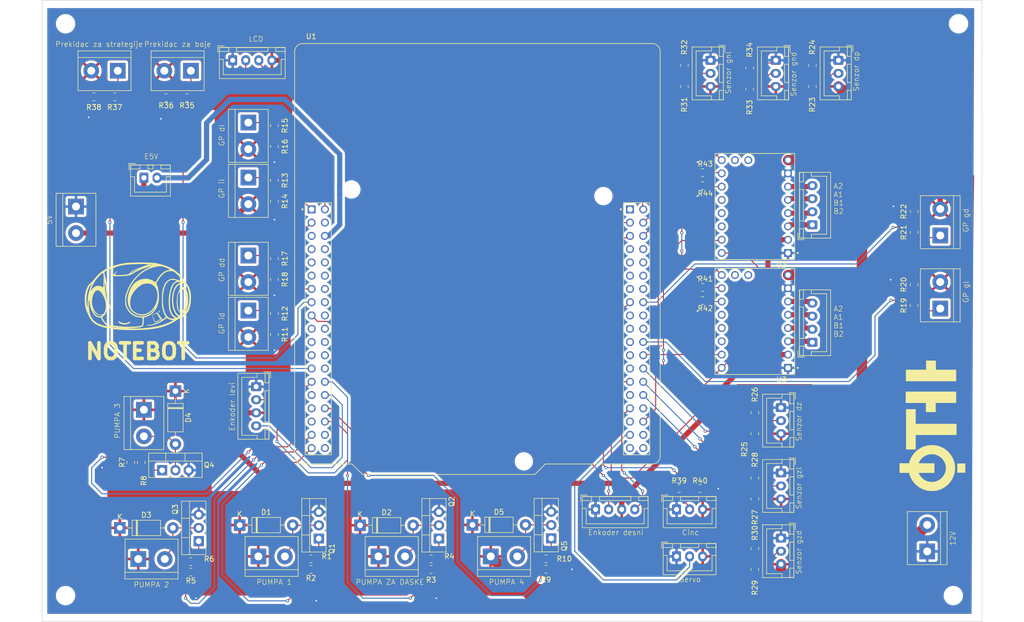
<source format=kicad_pcb>
(kicad_pcb (version 20240108) (generator "pcbnew") (generator_version "8.0")
  (layers (0 "F.Cu" signal) (31 "B.Cu" signal) (34 "B.Paste" user) (35 "F.Paste" user) (36 "B.SilkS" user "B.Silkscreen") (37 "F.SilkS" user "F.Silkscreen") (38 "B.Mask" user) (39 "F.Mask" user) (44 "Edge.Cuts" user))
  (net 0 "")
  (net 1 "+12V")
  (net 2 "Net-(D1-A)")
  (net 3 "Net-(D2-A)")
  (net 4 "Net-(D3-A)")
  (net 5 "Net-(D4-A)")
  (net 6 "Net-(D5-A)")
  (net 7 "+5V")
  (net 8 "Net-(J6-Pin_1)")
  (net 9 "Net-(J7-Pin_1)")
  (net 10 "Net-(J8-Pin_1)")
  (net 11 "Net-(J9-Pin_1)")
  (net 12 "Net-(J10-Pin_1)")
  (net 13 "Net-(J11-Pin_1)")
  (net 14 "Net-(J12-Pin_2)")
  (net 15 "GND")
  (net 16 "Net-(J13-Pin_2)")
  (net 17 "Net-(J14-Pin_2)")
  (net 18 "Net-(J15-Pin_2)")
  (net 19 "Net-(J16-Pin_2)")
  (net 20 "Net-(J17-Pin_2)")
  (net 21 "Net-(J18-Pin_1)")
  (net 22 "Net-(J19-Pin_1)")
  (net 23 "/A levi")
  (net 24 "/B levi")
  (net 25 "/B desni")
  (net 26 "/A desni")
  (net 27 "Net-(J22-Pin_2)")
  (net 28 "/PWM servo")
  (net 29 "/SDA")
  (net 30 "/SCL")
  (net 31 "/M1B_1")
  (net 32 "/M2A_1")
  (net 33 "/M2B_1")
  (net 34 "/M2B_2")
  (net 35 "/M1A_2")
  (net 36 "/M1B_2")
  (net 37 "Net-(Q1-G)")
  (net 38 "Net-(Q2-G)")
  (net 39 "Net-(Q3-G)")
  (net 40 "Net-(Q4-G)")
  (net 41 "Net-(Q5-G)")
  (net 42 "/Pumpa 1")
  (net 43 "/Pumpa 5")
  (net 44 "/Pumpa 2")
  (net 45 "/Pumpa 3")
  (net 46 "/Pumpa 4")
  (net 47 "/GP id")
  (net 48 "/GP il")
  (net 49 "/GP dl")
  (net 50 "/GP dd")
  (net 51 "/GP gl")
  (net 52 "/GP gd")
  (net 53 "/SICK dp")
  (net 54 "/SICK dz")
  (net 55 "/SICK gzl")
  (net 56 "/SICK gzd")
  (net 57 "/SICK gnl")
  (net 58 "/SICK gnd")
  (net 59 "/Boja")
  (net 60 "/STRAT")
  (net 61 "/Cinc")
  (net 62 "Net-(U3-MS1)")
  (net 63 "Net-(U3-MS2)")
  (net 64 "Net-(U2-MS1)")
  (net 65 "Net-(U2-MS2)")
  (net 67 "/TMC EN1")
  (net 68 "/DIR")
  (net 73 "/STEP")
  (net 114 "Net-(J29-Pin_2)")
  (net 117 "/M1A_1")
  (net 118 "Net-(J28-Pin_1)")
  (footprint "Package_TO_SOT_THT:TO-220-3_Vertical" (layer "F.Cu") (at 161.5 187.08 90)
    (property "Reference" "Q3")
    (property "Value" "IRLZ44N")
  )
  (footprint "MountingHole:MountingHole_3.2mm_M3_DIN965" (layer "F.Cu") (at 307 88)
    (property "Reference" "REF**" (hide yes))
    (property "Value" "MountingHole_3.2mm_M3_DIN965")
  )
  (footprint "Resistor_SMD:R_0805_2012Metric_Pad1.20x1.40mm_HandSolder" (layer "F.Cu") (at 298.5 141.96 -90)
    (property "Reference" "R19")
    (property "Value" "5k6")
  )
  (footprint "Connector_JST:JST_XH_B3B-XH-A_1x03_P2.50mm_Vertical" (layer "F.Cu") (at 272 95 -90)
    (property "Reference" "J17" (hide yes))
    (property "Value" "Senzor gnd")
  )
  (footprint "Resistor_SMD:R_0805_2012Metric_Pad1.20x1.40mm_HandSolder" (layer "F.Cu") (at 150.5 172 -90)
    (property "Reference" "R8")
    (property "Value" "220")
  )
  (footprint "Resistor_SMD:R_0805_2012Metric_Pad1.20x1.40mm_HandSolder" (layer "F.Cu") (at 298.5 123.96 -90)
    (property "Reference" "R22")
    (property "Value" "10k")
  )
  (footprint "TMC2209:TMC2209" (layer "F.Cu") (at 268 145 180)
    (property "Reference" "U3")
    (property "Value" "TMC2209")
  )
  (footprint "Resistor_SMD:R_0805_2012Metric_Pad1.20x1.40mm_HandSolder" (layer "F.Cu") (at 228 192.46 180)
    (property "Reference" "R9")
    (property "Value" "10k")
  )
  (footprint "Resistor_SMD:R_0805_2012Metric_Pad1.20x1.40mm_HandSolder" (layer "F.Cu") (at 268 192.5 -90)
    (property "Reference" "R29")
    (property "Value" "6k8")
  )
  (footprint "Resistor_SMD:R_0805_2012Metric_Pad1.20x1.40mm_HandSolder" (layer "F.Cu") (at 267 96.5 -90)
    (property "Reference" "R34")
    (property "Value" "2k2")
  )
  (footprint "Package_TO_SOT_THT:TO-220-3_Vertical" (layer "F.Cu") (at 154.5 173.5)
    (property "Reference" "Q4")
    (property "Value" "IRLZ44N")
  )
  (footprint "Resistor_SMD:R_0805_2012Metric_Pad1.20x1.40mm_HandSolder" (layer "F.Cu") (at 160 193 180)
    (property "Reference" "R5")
    (property "Value" "10k")
  )
  (footprint "TerminalBlock:TerminalBlock_bornier-2_P5.08mm" (layer "F.Cu") (at 138 123 -90)
    (property "Reference" "J26" (hide yes))
    (property "Value" "5V")
  )
  (footprint "ftnlogo:ftnlogonovi" (layer "F.Cu") (at 302 165 90)
    (property "Reference" "G***" (hide yes))
    (property "Value" "LOGO" (hide yes))
  )
  (footprint "Connector_JST:JST_XH_B2B-XH-A_1x02_P2.50mm_Vertical" (layer "F.Cu") (at 151 117.5)
    (property "Reference" "J29" (hide yes))
    (property "Value" "E5V")
  )
  (footprint "TerminalBlock:TerminalBlock_bornier-2_P5.08mm" (layer "F.Cu") (at 171 117.46 -90)
    (property "Reference" "J7" (hide yes))
    (property "Value" "Granicni prekidac il")
  )
  (footprint "Connector_JST:JST_XH_B3B-XH-A_1x03_P2.50mm_Vertical" (layer "F.Cu") (at 273 186.5 -90)
    (property "Reference" "J15" (hide yes))
    (property "Value" "Senzor gzd")
  )
  (footprint "Resistor_SMD:R_0805_2012Metric_Pad1.20x1.40mm_HandSolder" (layer "F.Cu") (at 267 100.5 -90)
    (property "Reference" "R33")
    (property "Value" "6k8")
  )
  (footprint "Package_TO_SOT_THT:TO-220-3_Vertical" (layer "F.Cu") (at 207.5 186.58 90)
    (property "Reference" "Q2")
    (property "Value" "IRLZ44N")
  )
  (footprint "Resistor_SMD:R_0805_2012Metric_Pad1.20x1.40mm_HandSolder" (layer "F.Cu") (at 145.42 102)
    (property "Reference" "R37")
    (property "Value" "5k6")
  )
  (footprint "Resistor_SMD:R_0805_2012Metric_Pad1.20x1.40mm_HandSolder" (layer "F.Cu") (at 298.5 127.96 -90)
    (property "Reference" "R21")
    (property "Value" "5k6")
  )
  (footprint "TerminalBlock:TerminalBlock_bornier-2_P5.08mm" (layer "F.Cu") (at 303.5 128.54 90)
    (property "Reference" "J11" (hide yes))
    (property "Value" "Granicni prekidac gd")
  )
  (footprint "TerminalBlock:TerminalBlock_bornier-2_P5.08mm" (layer "F.Cu") (at 146 97 180)
    (property "Reference" "J19" (hide yes))
    (property "Value" "Prekidac za strategije")
  )
  (footprint "Resistor_SMD:R_0805_2012Metric_Pad1.20x1.40mm_HandSolder" (layer "F.Cu") (at 268 166.5 -90)
    (property "Reference" "R25")
    (property "Value" "6k8")
  )
  (footprint "notebotlogo:notebotlogo" (layer "F.Cu") (at 149.5 139.5)
    (property "Reference" "G***" (hide yes))
    (property "Value" "LOGO" (hide yes))
  )
  (footprint "Resistor_SMD:R_0805_2012Metric_Pad1.20x1.40mm_HandSolder" (layer "F.Cu") (at 159.26 102.15)
    (property "Reference" "R35")
    (property "Value" "5k6")
  )
  (footprint "Resistor_SMD:R_0805_2012Metric_Pad1.20x1.40mm_HandSolder" (layer "F.Cu") (at 206 190.5)
    (property "Reference" "R4")
    (property "Value" "220")
  )
  (footprint "TerminalBlock:TerminalBlock_bornier-2_P5.08mm" (layer "F.Cu") (at 172.92 190)
    (property "Reference" "J1" (hide yes))
    (property "Value" "PUMPA1")
  )
  (footprint "Resistor_SMD:R_0805_2012Metric_Pad1.20x1.40mm_HandSolder" (layer "F.Cu") (at 258 119)
    (property "Reference" "R44")
    (property "Value" "10k")
  )
  (footprint "Connector_JST:JST_XH_B4B-XH-A_1x04_P2.50mm_Vertical" (layer "F.Cu") (at 279 149 90)
    (property "Reference" "J28" (hide yes))
    (property "Value" "TMC2209_2" (hide yes))
  )
  (footprint "TerminalBlock:TerminalBlock_bornier-2_P5.08mm" (layer "F.Cu") (at 195.92 190)
    (property "Reference" "J2" (hide yes))
    (property "Value" "PUMPA ZA DASKE")
  )
  (footprint "TerminalBlock:TerminalBlock_bornier-2_P5.08mm" (layer "F.Cu") (at 151 161.92 -90)
    (property "Reference" "J4" (hide yes))
    (property "Value" "PUMPA3")
  )
  (footprint "Connector_JST:JST_XH_B3B-XH-A_1x03_P2.50mm_Vertical" (layer "F.Cu") (at 253 181)
    (property "Reference" "J22" (hide yes))
    (property "Value" "Cinc")
  )
  (footprint "Resistor_SMD:R_0805_2012Metric_Pad1.20x1.40mm_HandSolder" (layer "F.Cu") (at 183 192.5 180)
    (property "Reference" "R2")
    (property "Value" "10k")
  )
  (footprint "Connector_JST:JST_XH_B3B-XH-A_1x03_P2.50mm_Vertical" (layer "F.Cu") (at 253 190)
    (property "Reference" "J23" (hide yes))
    (property "Value" "Servo")
  )
  (footprint "Connector_JST:JST_XH_B4B-XH-A_1x04_P2.50mm_Vertical" (layer "F.Cu") (at 279 126.5 90)
    (property "Reference" "J27" (hide yes))
    (property "Value" "TMC2209_1" (hide yes))
  )
  (footprint "Resistor_SMD:R_0805_2012Metric_Pad1.20x1.40mm_HandSolder" (layer "F.Cu") (at 176 122 90)
    (property "Reference" "R14")
    (property "Value" "10k")
  )
  (footprint "TerminalBlock:TerminalBlock_bornier-2_P5.08mm" (layer "F.Cu") (at 160 97 180)
    (property "Reference" "J18" (hide yes))
    (property "Value" "Prekidac za boje")
  )
  (footprint "Resistor_SMD:R_0805_2012Metric_Pad1.20x1.40mm_HandSolder" (layer "F.Cu") (at 268 175 -90)
    (property "Reference" "R28")
    (property "Value" "2k2")
  )
  (footprint "Resistor_SMD:R_0805_2012Metric_Pad1.20x1.40mm_HandSolder" (layer "F.Cu") (at 160 191)
    (property "Reference" "R6")
    (property "Value" "220")
  )
  (footprint "Resistor_SMD:R_0805_2012Metric_Pad1.20x1.40mm_HandSolder" (layer "F.Cu") (at 268 188.5 -90)
    (property "Reference" "R30")
    (property "Value" "2k2")
  )
  (footprint "Resistor_SMD:R_0805_2012Metric_Pad1.20x1.40mm_HandSolder" (layer "F.Cu") (at 176 136.96 90)
    (property "Reference" "R18")
    (property "Value" "10k")
  )
  (footprint "Resistor_SMD:R_0805_2012Metric_Pad1.20x1.40mm_HandSolder" (layer "F.Cu") (at 253.5 177 180)
    (property "Reference" "R39")
    (property "Value" "5k6")
  )
  (footprint "Resistor_SMD:R_0805_2012Metric_Pad1.20x1.40mm_HandSolder" (layer "F.Cu") (at 279 96 -90)
    (property "Reference" "R24")
    (property "Value" "2k2")
  )
  (footprint "TerminalBlock:TerminalBlock_bornier-2_P5.08mm" (layer "F.Cu") (at 171 106.92 -90)
    (property "Reference" "J8" (hide yes))
    (property "Value" "Granicni prekidac dl")
  )
  (footprint "Resistor_SMD:R_0805_2012Metric_Pad1.20x1.40mm_HandSolder" (layer "F.Cu") (at 254.5 100 -90)
    (property "Reference" "R31")
    (property "Value" "6k8")
  )
  (footprint "Resistor_SMD:R_0805_2012Metric_Pad1.20x1.40mm_HandSolder" (layer "F.Cu") (at 228 190.46)
    (property "Reference" "R10")
    (property "Value" "220")
  )
  (footprint "TMC2209:TMC2209" (layer "F.Cu") (at 268 123 180)
    (property "Reference" "U2")
    (property "Value" "TMC2209")
  )
  (footprint "Connector_JST:JST_XH_B4B-XH-A_1x04_P2.50mm_Vertical" (layer "F.Cu") (at 172.5 157.5 -90)
    (property "Reference" "J20" (hide yes))
    (property "Value" "Enkoder levi")
  )
  (footprint "Connector_JST:JST_XH_B4B-XH-A_1x04_P2.50mm_Vertical" (layer "F.Cu") (at 168 95)
    (property "Reference" "J24" (hide yes))
    (property "Value" "LCD")
  )
  (footprint "Resistor_SMD:R_0805_2012Metric_Pad1.20x1.40mm_HandSolder" (layer "F.Cu") (at 148.5 172 90)
    (property "Reference" "R7")
    (property "Value" "10k")
  )
  (footprint "Resistor_SMD:R_0805_2012Metric_Pad1.20x1.40mm_HandSolder" (layer "F.Cu") (at 268 179 -90)
    (property "Reference" "R27")
    (property "Value" "6k8")
  )
  (footprint "Connector_JST:JST_XH_B3B-XH-A_1x03_P2.50mm_Vertical" (layer "F.Cu") (at 259.5 95 -90)
    (property "Reference" "J16" (hide yes))
    (property "Value" "Senzor gnl")
  )
  (footprint "Resistor_SMD:R_0805_2012Metric_Pad1.20x1.40mm_HandSolder" (layer "F.Cu") (at 155.26 102.15)
    (property "Reference" "R36")
    (property "Value" "10k")
  )
  (footprint "Resistor_SMD:R_0805_2012Metric_Pad1.20x1.40mm_HandSolder" (layer "F.Cu") (at 258 138.5)
    (property "Reference" "R41")
    (property "Value" "10k")
  )
  (footprint "Package_TO_SOT_THT:TO-220-3_Vertical" (layer "F.Cu") (at 184.5 186.58 90)
    (property "Reference" "Q1")
    (property "Value" "IRLZ44N")
  )
  (footprint "TerminalBlock:TerminalBlock_bornier-2_P5.08mm" (layer "F.Cu") (at 301 189.04 90)
    (property "Reference" "J25" (hide yes))
    (property "Value" "12V")
  )
  (footprint "Resistor_SMD:R_0805_2012Metric_Pad1.20x1.40mm_HandSolder" (layer "F.Cu") (at 257.5 177 180)
    (property "Reference" "R40")
    (property "Value" "10k")
  )
  (footprint "Resistor_SMD:R_0805_2012Metric_Pad1.20x1.40mm_HandSolder" (layer "F.Cu") (at 298.5 137.96 -90)
    (property "Reference" "R20")
    (property "Value" "10k")
  )
  (footprint "Resistor_SMD:R_0805_2012Metric_Pad1.20x1.40mm_HandSolder" (layer "F.Cu") (at 183 190.5)
    (property "Reference" "R1")
    (property "Value" "220")
  )
  (footprint "TerminalBlock:TerminalBlock_bornier-2_P5.08mm" (layer "F.Cu") (at 149.92 190.5)
    (property "Reference" "J3" (hide yes))
    (property "Value" "PUMPA2")
  )
  (footprint "Package_TO_SOT_THT:TO-220-3_Vertical" (layer "F.Cu") (at 229 186.54 90)
    (property "Reference" "Q5")
    (property "Value" "IRLZ44N")
  )
  (footprint "Connector_JST:JST_XH_B3B-XH-A_1x03_P2.50mm_Vertical" (layer "F.Cu") (at 273 174 -90)
    (property "Reference" "J14" (hide yes))
    (property "Value" "Senzor gzl")
  )
  (footprint "Diode_THT:D_DO-41_SOD81_P10.16mm_Horizontal" (layer "F.Cu") (at 157.04 158.34 -90)
    (property "Reference" "D4")
    (property "Value" "1N4007")
  )
  (footprint "Resistor_SMD:R_0805_2012Metric_Pad1.20x1.40mm_HandSolder" (layer "F.Cu") (at 258 141)
    (property "Reference" "R42")
    (property "Value" "10k")
  )
  (footprint "Connector_JST:JST_XH_B3B-XH-A_1x03_P2.50mm_Vertical" (layer "F.Cu") (at 284 95 -90)
    (property "Reference" "J12" (hide yes))
    (property "Value" "Senzor dp")
  )
  (footprint "Resistor_SMD:R_0805_2012Metric_Pad1.20x1.40mm_HandSolder" (layer "F.Cu") (at 176 107.5 90)
    (property "Reference" "R15")
    (property "Value" "5k6")
  )
  (footprint "Resistor_SMD:R_0805_2012Metric_Pad1.20x1.40mm_HandSolder" (layer "F.Cu") (at 279 100 -90)
    (property "Reference" "R23")
    (property "Value" "6k8")
  )
  (footprint "Diode_THT:D_DO-41_SOD81_P10.16mm_Horizontal" (layer "F.Cu") (at 169.34 184)
    (property "Reference" "D1")
    (property "Value" "1N4007")
  )
  (footprint "Resistor_SMD:R_0805_2012Metric_Pad1.20x1.40mm_HandSolder" (layer "F.Cu") (at 206 192.5 180)
    (property "Reference" "R3")
    (property "Value" "10k")
  )
  (footprint "TerminalBlock:TerminalBlock_bornier-2_P5.08mm" (layer "F.Cu") (at 171 132.38 -90)
    (property "Reference" "J9" (hide yes))
    (property "Value" "Granicni prekidac dd")
  )
  (footprint "MountingHole:MountingHole_3.2mm_M3_DIN965" (layer "F.Cu") (at 136 88)
    (property "Reference" "REF**" (hide yes))
    (property "Value" "MountingHole_3.2mm_M3_DIN965")
  )
  (footprint "Resistor_SMD:R_0805_2012Metric_Pad1.20x1.40mm_HandSolder" (layer "F.Cu") (at 176 132.96 90)
    (property "Reference" "R17")
    (property "Value" "5k6")
  )
  (footprint "nucleof401re:ST_NUCLEO-F401RE" (layer "F.Cu") (at 214.87 133.05)
    (property "Reference" "U1")
    (property "Value" "NUCLEO-F401RE")
  )
  (footprint "Resistor_SMD:R_0805_2012Metric_Pad1.20x1.40mm_HandSolder" (layer "F.Cu") (at 258 116.5)
    (property "Reference" "R43")
    (property "Value" "10k")
  )
  (footprint "MountingHole:MountingHole_3.2mm_M3_DIN965" (layer "F.Cu") (at 136 197.5)
    (property "Reference" "REF**" (hide yes))
    (property "Value" "MountingHole_3.2mm_M3_DIN965")
  )
  (footprint "TerminalBlock:TerminalBlock_bornier-2_P5.08mm" (layer "F.Cu") (at 303.5 142.54 90)
    (property "Reference" "J10" (hide yes))
    (property "Value" "Granicni prekidac gl")
  )
  (footprint "Diode_THT:D_DO-41_SOD81_P10.16mm_Horizontal" (layer "F.Cu") (at 146.395 184.54)
    (property "Reference" "D3")
    (property "Value" "1N4007")
  )
  (footprint "Resistor_SMD:R_0805_2012Metric_Pad1.20x1.40mm_HandSolder" (layer "F.Cu") (at 268 162.5 -90)
    (property "Reference" "R26")
    (property "Value" "2k2")
  )
  (footprint "Resistor_SMD:R_0805_2012Metric_Pad1.20x1.40mm_HandSolder" (layer "F.Cu") (at 176 111.5 90)
    (property "Reference" "R16")
    (property "Value" "10k")
  )
  (footprint "Resistor_SMD:R_0805_2012Metric_Pad1.20x1.40mm_HandSolder" (layer "F.Cu") (at 176 118 90)
    (property "Reference" "R13")
    (property "Value" "5k6")
  )
  (footprint "Connector_JST:JST_XH_B4B-XH-A_1x04_P2.50mm_Vertical" (layer "F.Cu") (at 237.5 181)
    (property "Reference" "J21" (hide yes))
    (property "Value" "Enkoder desni")
  )
  (footprint "Connector_JST:JST_XH_B3B-XH-A_1x03_P2.50mm_Vertical" (layer "F.Cu") (at 273 161.5 -90)
    (property "Reference" "J13" (hide yes))
    (property "Value" "Senzor dz")
  )
  (footprint "Resistor_SMD:R_0805_2012Metric_Pad1.20x1.40mm_HandSolder" (layer "F.Cu") (at 176 147.5 90)
    (property "Reference" "R11")
    (property "Value" "10k")
  )
  (footprint "Diode_THT:D_DO-41_SOD81_P10.16mm_Horizontal" (layer "F.Cu") (at 192.395 184.04)
    (property "Reference" "D2")
    (property "Value" "1N4007")
  )
  (footprint "Resistor_SMD:R_0805_2012Metric_Pad1.20x1.40mm_HandSolder" (layer "F.Cu") (at 141.42 102)
    (property "Reference" "R38")
    (property "Value" "10k")
  )
  (footprint "Resistor_SMD:R_0805_2012Metric_Pad1.20x1.40mm_HandSolder" (layer "F.Cu") (at 176 143.5 90)
    (property "Reference" "R12")
    (property "Value" "5k6")
  )
  (footprint "MountingHole:MountingHole_3.2mm_M3_DIN965" (layer "F.Cu") (at 306 197.5)
    (property "Reference" "REF**" (hide yes))
    (property "Value" "MountingHole_3.2mm_M3_DIN965")
  )
  (footprint "TerminalBlock:TerminalBlock_bornier-2_P5.08mm" (layer "F.Cu") (at 171 142.92 -90)
    (property "Reference" "J6" (hide yes))
    (property "Value" "Granicni prekidac id")
  )
  (footprint "TerminalBlock:TerminalBlock_bornier-2_P5.08mm" (layer "F.Cu") (at 217.42 190)
    (property "Reference" "J5" (hide yes))
    (property "Value" "PUMPA4")
  )
  (footprint "Diode_THT:D_DO-41_SOD81_P10.16mm_Horizontal" (layer "F.Cu") (at 213.92 183.96)
    (property "Reference" "D5")
    (property "Value" "1N4007")
  )
  (footprint "Resistor_SMD:R_0805_2012Metric_Pad1.20x1.40mm_HandSolder" (layer "F.Cu") (at 254.5 96 -90)
    (property "Reference" "R32")
    (property "Value" "2k2")
  )
  (gr_rect (start 131.5 83.5) (end 311.5 202.5) (stroke (width 0.1)) (fill none) (layer "Edge.Cuts"))
  (gr_text "12V" (at 306.5 188 90) (layer "F.SilkS") (effects (font (size 1 1) (thickness 0.1)) (justify left bottom)))
  (gr_text "Senzor gnl" (at 263.5 101.5 90) (layer "F.SilkS") (effects (font (size 1 1) (thickness 0.1)) (justify left bottom)))
  (gr_text "GP gd" (at 309 128 90) (layer "F.SilkS") (effects (font (size 1 1) (thickness 0.1)) (justify left bottom)))
  (gr_text "LCD" (at 171 91.5 0) (layer "F.SilkS") (effects (font (size 1 1) (thickness 0.1)) (justify left bottom)))
  (gr_text "Senzor dp" (at 288 101 90) (layer "F.SilkS") (effects (font (size 1 1) (thickness 0.1)) (justify left bottom)))
  (gr_text "5V" (at 133.5 126.5 90) (layer "F.SilkS") (effects (font (size 1 1) (thickness 0.1)) (justify left bottom)))
  (gr_text "PUMPA ZA DASKE" (at 191.5 195.5 0) (layer "F.SilkS") (effects (font (size 1 1) (thickness 0.1)) (justify left bottom)))
  (gr_text "Servo" (at 253.5 195 0) (layer "F.SilkS") (effects (font (size 1 1) (thickness 0.1)) (justify left bottom)))
  (gr_text "Cinc" (at 254 186 0) (layer "F.SilkS") (effects (font (size 1 1) (thickness 0.1)) (justify left bottom)))
  (gr_text "Senzor gzd" (at 277 193.5 90) (layer "F.SilkS") (effects (font (size 1 1) (thickness 0.1)) (justify left bottom)))
  (gr_text "PUMPA 2" (at 149 196 0) (layer "F.SilkS") (effects (font (size 1 1) (thickness 0.1)) (justify left bottom)))
  (gr_text "Enkoder desni" (at 236 186 0) (layer "F.SilkS") (effects (font (size 1 1) (thickness 0.1)) (justify left bottom)))
  (gr_text "Senzor dz" (at 277 168 90) (layer "F.SilkS") (effects (font (size 1 1) (thickness 0.1)) (justify left bottom)))
  (gr_text "Senzor gnd" (at 276 102 90) (layer "F.SilkS") (effects (font (size 1 1) (thickness 0.1)) (justify left bottom)))
  (gr_text "E5V" (at 151 114 0) (layer "F.SilkS") (effects (font (size 1 1) (thickness 0.1)) (justify left bottom)))
  (gr_text "GP dl" (at 166.5 111.5 90) (layer "F.SilkS") (effects (font (size 1 1) (thickness 0.1)) (justify left bottom)))
  (gr_text "PUMPA 1\n" (at 172.5 195.5 0) (layer "F.SilkS") (effects (font (size 1 1) (thickness 0.1)) (justify left bottom)))
  (gr_text "Prekidac za strategije\n" (at 134 92.5 0) (layer "F.SilkS") (effects (font (size 1 1) (thickness 0.1)) (justify left bottom)))
  (gr_text "NOTEBOT" (at 139.5 152.5 0) (layer "F.SilkS") (effects (font (size 3 3) (thickness 0.7) (bold yes)) (justify left bottom)))
  (gr_text "PUMPA 3" (at 146.5 167.5 90) (layer "F.SilkS") (effects (font (size 1 1) (thickness 0.1)) (justify left bottom)))
  (gr_text "Senzor gzl" (at 277 181 90) (layer "F.SilkS") (effects (font (size 1 1) (thickness 0.1)) (justify left bottom)))
  (gr_text "Prekidac za boje" (at 151 92.5 0) (layer "F.SilkS") (effects (font (size 1 1) (thickness 0.1)) (justify left bottom)))
  (gr_text "GP il" (at 166.5 121.5 90) (layer "F.SilkS") (effects (font (size 1 1) (thickness 0.1)) (justify left bottom)))
  (gr_text "GP id\n" (at 166.5 147.5 90) (layer "F.SilkS") (effects (font (size 1 1) (thickness 0.1)) (justify left bottom)))
  (gr_text "GP gl" (at 309 141.5 90) (layer "F.SilkS") (effects (font (size 1 1) (thickness 0.1)) (justify left bottom)))
  (gr_text "GP dd" (at 166.5 137.5 90) (layer "F.SilkS") (effects (font (size 1 1) (thickness 0.1)) (justify left bottom)))
  (gr_text "A2\nA1\nB1\nB2" (at 283 148 0) (layer "F.SilkS") (effects (font (size 1 1) (thickness 0.1)) (justify left bottom)))
  (gr_text "PUMPA 4\n" (at 217 195.5 0) (layer "F.SilkS") (effects (font (size 1 1) (thickness 0.1)) (justify left bottom)))
  (gr_text "Enkoder levi\n" (at 168.5 166 90) (layer "F.SilkS") (effects (font (size 1 1) (thickness 0.1)) (justify left bottom)))
  (gr_text "A2\nA1\nB1\nB2" (at 283 124.5 0) (layer "F.SilkS") (effects (font (size 1 1) (thickness 0.1)) (justify left bottom)))
  (segment (start 288.5 119.5) (end 288.5 141.5) (width 2) (layer "F.Cu") (net 1))
  (segment (start 288.5 141.5) (end 288.5 196.46) (width 2) (layer "F.Cu") (net 1))
  (segment (start 288.5 196.46) (end 287.46 197.5) (width 2) (layer "F.Cu") (net 1))
  (segment (start 288.5 104.5) (end 288.5 119.5) (width 2) (layer "F.Cu") (net 1))
  (segment (start 277.5 137.5) (end 276.11 136.11) (width 2) (layer "F.Cu") (net 1))
  (segment (start 285.96 197.5) (end 287.46 197.5) (width 2) (layer "F.Cu") (net 1))
  (segment (start 224.92 197.5) (end 270 197.5) (width 2) (layer "F.Cu") (net 1))
  (segment (start 276.5 115) (end 284 115) (width 2) (layer "F.Cu") (net 1))
  (segment (start 284 115) (end 288.5 119.5) (width 2) (layer "F.Cu") (net 1))
  (segment (start 270 197.5) (end 285.96 197.5) (width 2) (layer "F.Cu") (net 1))
  (segment (start 274.35 114.11) (end 275.61 114.11) (width 2) (layer "F.Cu") (net 1))
  (segment (start 275.61 114.11) (end 276.5 115) (width 2) (layer "F.Cu") (net 1))
  (segment (start 217.42 190) (end 224.92 197.5) (width 2) (layer "F.Cu") (net 1))
  (segment (start 273 194.5) (end 273 191.5) (width 2) (layer "F.Cu") (net 1))
  (segment (start 284.5 137.5) (end 277.5 137.5) (width 2) (layer "F.Cu") (net 1))
  (segment (start 276.11 136.11) (end 274.35 136.11) (width 2) (layer "F.Cu") (net 1))
  (segment (start 284 100) (end 288.5 104.5) (width 2) (layer "F.Cu") (net 1))
  (segment (start 288.5 141.5) (end 284.5 137.5) (width 2) (layer "F.Cu") (net 1))
  (segment (start 270 197.5) (end 273 194.5) (width 2) (layer "F.Cu") (net 1))
  (segment (start 287.46 197.5) (end 301 183.96) (width 2) (layer "F.Cu") (net 1))
  (segment (start 178 189.5) (end 179.5 188) (width 0.2) (layer "F.Cu") (net 2))
  (segment (start 180 184) (end 180.04 184.04) (width 0.2) (layer "F.Cu") (net 2))
  (segment (start 179.5 188) (end 179.5 184) (width 0.2) (layer "F.Cu") (net 2))
  (segment (start 178 190) (end 178 189.5) (width 0.2) (layer "F.Cu") (net 2))
  (segment (start 180.04 184.04) (end 184.5 184.04) (width 0.2) (layer "F.Cu") (net 2))
  (segment (start 179.5 184) (end 180 184) (width 0.2) (layer "F.Cu") (net 2))
  (segment (start 201 190) (end 202.555 188.445) (width 0.2) (layer "F.Cu") (net 3))
  (segment (start 202.555 188.445) (end 202.555 184.04) (width 0.2) (layer "F.Cu") (net 3))
  (segment (start 202.555 184.04) (end 207.5 184.04) (width 0.2) (layer "F.Cu") (net 3))
  (segment (start 155 190.5) (end 155 190) (width 0.2) (layer "F.Cu") (net 4))
  (segment (start 156.555 188.445) (end 156.555 184.54) (width 0.2) (layer "F.Cu") (net 4))
  (segment (start 156.555 184.54) (end 161.5 184.54) (width 0.2) (layer "F.Cu") (net 4))
  (segment (start 155 190) (end 156.555 188.445) (width 0.2) (layer "F.Cu") (net 4))
  (segment (start 157.04 168.5) (end 157.04 173.5) (width 0.2) (layer "F.Cu") (net 5))
  (segment (start 155.54 167) (end 157.04 168.5) (width 0.2) (layer "F.Cu") (net 5))
  (segment (start 151 167) (end 155.54 167) (width 0.2) (layer "F.Cu") (net 5))
  (segment (start 224.08 188.42) (end 222.5 190) (width 0.2) (layer "F.Cu") (net 6))
  (segment (start 228.96 183.96) (end 229 184) (width 0.2) (layer "F.Cu") (net 6))
  (segment (start 224.08 183.96) (end 228.96 183.96) (width 0.2) (layer "F.Cu") (net 6))
  (segment (start 224.08 183.96) (end 224.08 188.42) (width 0.2) (layer "F.Cu") (net 6))
  (segment (start 303.5 98.5) (end 303.5 123.46) (width 1) (layer "F.Cu") (net 7))
  (segment (start 244 95) (end 252 87) (width 1) (layer "F.Cu") (net 7))
  (segment (start 169.5 164) (end 171 162.5) (width 1) (layer "F.Cu") (net 7))
  (segment (start 242.5 181) (end 242.5 177.63137) (width 1) (layer "F.Cu") (net 7))
  (segment (start 169.5 170.5) (end 169.5 164) (width 1) (layer "F.Cu") (net 7))
  (segment (start 292 87) (end 303.5 98.5) (width 1) (layer "F.Cu") (net 7))
  (segment (start 261 160.5) (end 261 158.5) (width 1) (layer "F.Cu") (net 7))
  (segment (start 272.1 151.35) (end 270.5 149.75) (width 1) (layer "F.Cu") (net 7))
  (segment (start 242.5 177.63137) (end 240.86863 176) (width 1) (layer "F.Cu") (net 7))
  (segment (start 175 176) (end 169.5 170.5) (width 1) (layer "F.Cu") (net 7))
  (segment (start 171 162.5) (end 172.5 162.5) (width 1) (layer "F.Cu") (net 7))
  (segment (start 151 117.5) (end 151 127.58) (width 1) (layer "F.Cu") (net 7))
  (segment (start 175.5 95) (end 244 95) (width 1) (layer "F.Cu") (net 7))
  (segment (start 270.5 149.75) (end 270.5 131) (width 1) (layer "F.Cu") (net 7))
  (segment (start 240.86863 176) (end 175 176) (width 1) (layer "F.Cu") (net 7))
  (segment (start 150.5 128.08) (end 151.5 128.08) (width 1) (layer "F.Cu") (net 7))
  (segment (start 242.5 181) (end 242.5 179) (width 1) (layer "F.Cu") (net 7))
  (segment (start 261 158.5) (end 268.15 151.35) (width 1) (layer "F.Cu") (net 7))
  (segment (start 268.15 151.35) (end 274.35 151.35) (width 1) (layer "F.Cu") (net 7))
  (segment (start 270.5 131) (end 272.15 129.35) (width 1) (layer "F.Cu") (net 7))
  (segment (start 242.5 179) (end 261 160.5) (width 1) (layer "F.Cu") (net 7))
  (segment (start 165.46 128.08) (end 171 122.54) (width 1) (layer "F.Cu") (net 7))
  (segment (start 252 87) (end 292 87) (width 1) (layer "F.Cu") (net 7))
  (segment (start 274.35 151.35) (end 272.1 151.35) (width 1) (layer "F.Cu") (net 7))
  (segment (start 138 128.08) (end 150.5 128.08) (width 1) (layer "F.Cu") (net 7))
  (segment (start 272.15 129.35) (end 274.35 129.35) (width 1) (layer "F.Cu") (net 7))
  (segment (start 151.5 128.08) (end 165.46 128.08) (width 1) (layer "F.Cu") (net 7))
  (segment (start 151 127.58) (end 150.5 128.08) (width 1) (layer "F.Cu") (net 7))
  (segment (start 175.58 142.92) (end 176 142.5) (width 0.2) (layer "F.Cu") (net 8))
  (segment (start 171 142.92) (end 175.58 142.92) (width 0.2) (layer "F.Cu") (net 8))
  (segment (start 175.54 117.46) (end 176 117) (width 0.2) (layer "F.Cu") (net 9))
  (segment (start 171 117.46) (end 175.54 117.46) (width 0.2) (layer "F.Cu") (net 9))
  (segment (start 175.58 106.92) (end 176 106.5) (width 0.2) (layer "F.Cu") (net 10))
  (segment (start 171 106.92) (end 175.58 106.92) (width 0.2) (layer "F.Cu") (net 10))
  (segment (start 171 132.38) (end 175.58 132.38) (width 0.2) (layer "F.Cu") (net 11))
  (segment (start 175.58 132.38) (end 176 131.96) (width 0.2) (layer "F.Cu") (net 11))
  (segment (start 298.5 142.96) (end 303.08 142.96) (width 0.2) (layer "F.Cu") (net 12))
  (segment (start 303.08 142.96) (end 303.5 142.54) (width 0.2) (layer "F.Cu") (net 12))
  (segment (start 298.5 128.96) (end 303.08 128.96) (width 0.2) (layer "F.Cu") (net 13))
  (segment (start 303.08 128.96) (end 303.5 128.54) (width 0.2) (layer "F.Cu") (net 13))
  (segment (start 279.5 101) (end 283 97.5) (width 0.2) (layer "F.Cu") (net 14))
  (segment (start 279 101) (end 279.5 101) (width 0.2) (layer "F.Cu") (net 14))
  (segment (start 283 97.5) (end 284 97.5) (width 0.2) (layer "F.Cu") (net 14))
  (segment (start 176 137.96) (end 176 140) (width 0.2) (layer "F.Cu") (net 15))
  (segment (start 176 150) (end 176 148.5) (width 0.2) (layer "F.Cu") (net 15))
  (segment (start 154.26 102.15) (end 154.26 106.2) (width 0.2) (layer "F.Cu") (net 15))
  (segment (start 207 192.5) (end 207 198) (width 0.2) (layer "F.Cu") (net 15))
  (segment (start 267 95.5) (end 271.5 95.5) (width 0.2) (layer "F.Cu") (net 15))
  (segment (start 140.42 102) (end 140.42 105.92) (width 0.2) (layer "F.Cu") (net 15))
  (segment (start 161 193) (end 161 198) (width 0.2) (layer "F.Cu") (net 15))
  (segment (start 254.5 95) (end 259.5 95) (width 0.2) (layer "F.Cu") (net 15))
  (segment (start 270.5 187.5) (end 271.5 186.5) (width 0.2) (layer "F.Cu") (net 15))
  (segment (start 184 192.5) (end 184 197.5) (width 0.2) (layer "F.Cu") (net 15))
  (segment (start 298.5 122.96) (end 294.54 122.96) (width 0.2) (layer "F.Cu") (net 15))
  (segment (start 268 161.5) (end 273 161.5) (width 0.2) (layer "F.Cu") (net 15))
  (segment (start 271.5 95.5) (end 272 95) (width 0.2) (layer "F.Cu") (net 15))
  (segment (start 148.5 173) (end 143 173) (width 0.2) (layer "F.Cu") (net 15))
  (segment (start 294.04 136.96) (end 294 137) (width 0.2) (layer "F.Cu") (net 15))
  (segment (start 184 197.5) (end 184 198.5) (width 0.2) (layer "F.Cu") (net 15))
  (segment (start 271.5 186.5) (end 273 186.5) (width 0.2) (layer "F.Cu") (net 15))
  (segment (start 257 119) (end 257 121) (width 0.2) (layer "F.Cu") (net 15))
  (segment (start 176 123) (end 176 125.5) (width 0.2) (layer "F.Cu") (net 15))
  (segment (start 258.5 177) (end 261 177) (width 0.2) (layer "F.Cu") (net 15))
  (segment (start 268 174) (end 273 174) (width 0.2) (layer "F.Cu") (net 15))
  (segment (start 298.5 136.96) (end 294.04 136.96) (width 0.2) (layer "F.Cu") (net 15))
  (segment (start 268 187.5) (end 270.5 187.5) (width 0.2) (layer "F.Cu") (net 15))
  (segment (start 233 192.46) (end 229 192.46) (width 0.2) (layer "F.Cu") (net 15))
  (segment (start 176 150) (end 176 150.5) (width 0.2) (layer "F.Cu") (net 15))
  (segment (start 279 95) (end 284 95) (width 0.2) (layer "F.Cu") (net 15))
  (segment (start 257 141) (end 257 143) (width 0.2) (layer "F.Cu") (net 15))
  (segment (start 257 116.5) (end 257 114.5) (width 0.2) (layer "F.Cu") (net 15))
  (segment (start 257 138.5) (end 257 136.5) (width 0.2) (layer "F.Cu") (net 15))
  (segment (start 176 112.5) (end 176 114.5) (width 0.2) (layer "F.Cu") (net 15))
  (via (at 257 121) (size 0.6) (drill 0.3) (layers "F.Cu" "B.Cu") (net 15))
  (via (at 294 137) (size 0.6) (drill 0.3) (layers "F.Cu" "B.Cu") (net 15))
  (via (at 154.26 106.2) (size 0.6) (drill 0.3) (layers "F.Cu" "B.Cu") (net 15))
  (via (at 176 150.5) (size 0.6) (drill 0.3) (layers "F.Cu" "B.Cu") (net 15))
  (via (at 176 140) (size 0.6) (drill 0.3) (layers "F.Cu" "B.Cu") (net 15))
  (via (at 257 143) (size 0.6) (drill 0.3) (layers "F.Cu" "B.Cu") (net 15))
  (via (at 184 198.5) (size 0.6) (drill 0.3) (layers "F.Cu" "B.Cu") (net 15))
  (via (at 140.42 105.92) (size 0.6) (drill 0.3) (layers "F.Cu" "B.Cu") (net 15))
  (via (at 143 173) (size 0.6) (drill 0.3) (layers "F.Cu" "B.Cu") (net 15))
  (via (at 161 198) (size 0.6) (drill 0.3) (layers "F.Cu" "B.Cu") (net 15))
  (via (at 233 192.46) (size 0.6) (drill 0.3) (layers "F.Cu" "B.Cu") (net 15))
  (via (at 261 177) (size 0.6) (drill 0.3) (layers "F.Cu" "B.Cu") (net 15))
  (via (at 176 114.5) (size 0.6) (drill 0.3) (layers "F.Cu" "B.Cu") (net 15))
  (via (at 207 198) (size 0.6) (drill 0.3) (layers "F.Cu" "B.Cu") (net 15))
  (via (at 257 136.5) (size 0.6) (drill 0.3) (layers "F.Cu" "B.Cu") (net 15))
  (via (at 257 114.5) (size 0.6) (drill 0.3) (layers "F.Cu" "B.Cu") (net 15))
  (via (at 294.54 122.96) (size 0.6) (drill 0.3) (layers "F.Cu" "B.Cu") (net 15))
  (via (at 176 125.5) (size 0.6) (drill 0.3) (layers "F.Cu" "B.Cu") (net 15))
  (segment (start 268 167.5) (end 271.5 164) (width 0.2) (layer "F.Cu") (net 16))
  (segment (start 271.5 164) (end 273 164) (width 0.2) (layer "F.Cu") (net 16))
  (segment (start 271.5 176.5) (end 273 176.5) (width 0.2) (layer "F.Cu") (net 17))
  (segment (start 268 180) (end 271.5 176.5) (width 0.2) (layer "F.Cu") (net 17))
  (segment (start 268 193.5) (end 272.5 189) (width 0.2) (layer "F.Cu") (net 18))
  (segment (start 272.5 189) (end 273 189) (width 0.2) (layer "F.Cu") (net 18))
  (segment (start 258 97.5) (end 259.5 97.5) (width 0.2) (layer "F.Cu") (net 19))
  (segment (start 254.5 101) (end 258 97.5) (width 0.2) (layer "F.Cu") (net 19))
  (segment (start 267 101.5) (end 271 97.5) (width 0.2) (layer "F.Cu") (net 20))
  (segment (start 271 97.5) (end 272 97.5) (width 0.2) (layer "F.Cu") (net 20))
  (segment (start 160 97) (end 160 101.89) (width 0.2) (layer "F.Cu") (net 21))
  (segment (start 160 101.89) (end 160.26 102.15) (width 0.2) (layer "F.Cu") (net 21))
  (segment (start 146 97) (end 146 101.58) (width 0.2) (layer "F.Cu") (net 22))
  (segment (start 146 101.58) (end 146.42 102) (width 0.2) (layer "F.Cu") (net 22))
  (segment (start 174 160) (end 172.5 160) (width 0.2) (layer "F.Cu") (net 23))
  (segment (start 176.5 162.5) (end 174 160) (width 0.2) (layer "F.Cu") (net 23))
  (segment (start 176.5 168) (end 176.5 162.5) (width 0.2) (layer "F.Cu") (net 23))
  (via (at 176.5 168) (size 0.6) (drill 0.3) (layers "F.Cu" "B.Cu") (net 23))
  (segment (start 187.06 156.56) (end 185.66 156.56) (width 0.2) (layer "B.Cu") (net 23))
  (segment (start 187.5 174) (end 190 171.5) (width 0.2) (layer "B.Cu") (net 23))
  (segment (start 190 159.5) (end 187.06 156.56) (width 0.2) (layer "B.Cu") (net 23))
  (segment (start 190 171.5) (end 190 159.5) (width 0.2) (layer "B.Cu") (net 23))
  (segment (start 182.5 174) (end 187.5 174) (width 0.2) (layer "B.Cu") (net 23))
  (segment (start 176.5 168) (end 182.5 174) (width 0.2) (layer "B.Cu") (net 23))
  (segment (start 175 165) (end 183 173) (width 0.2) (layer "B.Cu") (net 24))
  (segment (start 172.5 165) (end 175 165) (width 0.2) (layer "B.Cu") (net 24))
  (segment (start 189 171) (end 189 161) (width 0.2) (layer "B.Cu") (net 24))
  (segment (start 187.1 159.1) (end 185.66 159.1) (width 0.2) (layer "B.Cu") (net 24))
  (segment (start 183 173) (end 187 173) (width 0.2) (layer "B.Cu") (net 24))
  (segment (start 189 161) (end 187.1 159.1) (width 0.2) (layer "B.Cu") (net 24))
  (segment (start 187 173) (end 189 171) (width 0.2) (layer "B.Cu") (net 24))
  (segment (start 245 181) (end 246.5 179.5) (width 0.2) (layer "F.Cu") (net 25))
  (segment (start 246.5 179.5) (end 246.5 178.5) (width 0.2) (layer "F.Cu") (net 25))
  (segment (start 242.5 163.22) (end 244.08 161.64) (width 0.2) (layer "F.Cu") (net 25))
  (segment (start 243 174) (end 242.5 173.5) (width 0.2) (layer "F.Cu") (net 25))
  (segment (start 246.5 178.5) (end 246.5 177.5) (width 0.2) (layer "F.Cu") (net 25))
  (segment (start 242.5 173.5) (end 242.5 163.22) (width 0.2) (layer "F.Cu") (net 25))
  (via (at 243 174) (size 0.6) (drill 0.3) (layers "F.Cu" "B.Cu") (net 25))
  (via (at 246.5 177.5) (size 0.6) (drill 0.3) (layers "F.Cu" "B.Cu") (net 25))
  (segment (start 246.5 177.5) (end 243 174) (width 0.2) (layer "B.Cu") (net 25))
  (segment (start 240 181) (end 240 177.5) (width 0.2) (layer "F.Cu") (net 26))
  (segment (start 239 174.5) (end 209.5 145) (width 0.2) (layer "F.Cu") (net 26))
  (segment (start 184.26 145) (end 183.12 143.86) (width 0.2) (layer "F.Cu") (net 26))
  (segment (start 209.5 145) (end 184.26 145) (width 0.2) (layer "F.Cu") (net 26))
  (via (at 239 174.5) (size 0.6) (drill 0.3) (layers "F.Cu" "B.Cu") (net 26))
  (via (at 240 177.5) (size 0.6) (drill 0.3) (layers "F.Cu" "B.Cu") (net 26))
  (segment (start 240 177.5) (end 240 175.5) (width 0.2) (layer "B.Cu") (net 26))
  (segment (start 240 175.5) (end 239 174.5) (width 0.2) (layer "B.Cu") (net 26))
  (segment (start 255.5 180.5) (end 255.5 181) (width 0.2) (layer "F.Cu") (net 27))
  (segment (start 252.5 177) (end 252.5 177.5) (width 0.2) (layer "F.Cu") (net 27))
  (segment (start 252.5 177.5) (end 255.5 180.5) (width 0.2) (layer "F.Cu") (net 27))
  (segment (start 233.5 176.5) (end 233.5 189) (width 0.2) (layer "B.Cu") (net 28))
  (segment (start 243.28 166.72) (end 233.5 176.5) (width 0.2) (layer "B.Cu") (net 28))
  (segment (start 253 194.5) (end 255.5 192) (width 0.2) (layer "B.Cu") (net 28))
  (segment (start 233.5 189) (end 239 194.5) (width 0.2) (layer "B.Cu") (net 28))
  (segment (start 255.5 192) (end 255.5 190) (width 0.2) (layer "B.Cu") (net 28))
  (segment (start 239 194.5) (end 253 194.5) (width 0.2) (layer "B.Cu") (net 28))
  (segment (start 244.08 166.72) (end 243.28 166.72) (width 0.2) (layer "B.Cu") (net 28))
  (segment (start 173.5 100) (end 210.5 100) (width 0.2) (layer "F.Cu") (net 29))
  (segment (start 210.5 100) (end 239.5 129) (width 0.2) (layer "F.Cu") (net 29))
  (segment (start 243.7 129) (end 244.08 128.62) (width 0.2) (layer "F.Cu") (net 29))
  (segment (start 170.5 97) (end 173.5 100) (width 0.2) (layer "F.Cu") (net 29))
  (segment (start 239.5 129) (end 243.7 129) (width 0.2) (layer "F.Cu") (net 29))
  (segment (start 170.5 95) (end 170.5 97) (width 0.2) (layer "F.Cu") (net 29))
  (segment (start 212 97.5) (end 240.58 126.08) (width 0.2) (layer "F.Cu") (net 30))
  (segment (start 173 95.5) (end 175 97.5) (width 0.2) (layer "F.Cu") (net 30))
  (segment (start 175 97.5) (end 212 97.5) (width 0.2) (layer "F.Cu") (net 30))
  (segment (start 173 95) (end 173 95.5) (width 0.2) (layer "F.Cu") (net 30))
  (segment (start 240.58 126.08) (end 244.08 126.08) (width 0.2) (layer "F.Cu") (net 30))
  (segment (start 278.77 121.73) (end 279 121.5) (width 0.2) (layer "F.Cu") (net 31))
  (segment (start 279 121.5) (end 274.58 121.5) (width 1) (layer "F.Cu") (net 31))
  (segment (start 274.58 121.5) (end 274.35 121.73) (width 1) (layer "F.Cu") (net 31))
  (segment (start 278.73 124.27) (end 279 124) (width 1) (layer "F.Cu") (net 32))
  (segment (start 274.35 124.27) (end 278.73 124.27) (width 1) (layer "F.Cu") (net 32))
  (segment (start 278.81 119.19) (end 279 119) (width 1) (layer "F.Cu") (net 33))
  (segment (start 274.35 119.19) (end 278.81 119.19) (width 1) (layer "F.Cu") (net 33))
  (segment (start 278.69 141.19) (end 279 141.5) (width 1) (layer "F.Cu") (net 34))
  (segment (start 274.35 141.19) (end 278.69 141.19) (width 1) (layer "F.Cu") (net 34))
  (segment (start 278.77 146.27) (end 279 146.5) (width 1) (layer "F.Cu") (net 35))
  (segment (start 274.35 146.27) (end 278.77 146.27) (width 1) (layer "F.Cu") (net 35))
  (segment (start 274.35 143.73) (end 278.73 143.73) (width 1) (layer "F.Cu") (net 36))
  (segment (start 278.73 143.73) (end 279 144) (width 1) (layer "F.Cu") (net 36))
  (segment (start 184.5 190) (end 184 190.5) (width 0.2) (layer "F.Cu") (net 37))
  (segment (start 184.5 186.58) (end 184.5 190) (width 0.2) (layer "F.Cu") (net 37))
  (segment (start 207.5 190) (end 207 190.5) (width 0.2) (layer "F.Cu") (net 38))
  (segment (start 207.5 186.58) (end 207.5 190) (width 0.2) (layer "F.Cu") (net 38))
  (segment (start 161.5 187.08) (end 161.5 190.5) (width 0.2) (layer "F.Cu") (net 39))
  (segment (start 161.5 190.5) (end 161 191) (width 0.2) (layer "F.Cu") (net 39))
  (segment (start 150.5 173) (end 151 173) (width 0.2) (layer "F.Cu") (net 40))
  (segment (start 151.5 173.5) (end 154.5 173.5) (width 0.2) (layer "F.Cu") (net 40))
  (segment (start 151 173) (end 151.5 173.5) (width 0.2) (layer "F.Cu") (net 40))
  (segment (start 229 190.46) (end 229 186.54) (width 0.2) (layer "F.Cu") (net 41))
  (segment (start 180.38 172) (end 183.12 169.26) (width 0.2) (layer "F.Cu") (net 42))
  (segment (start 173.5 172.5) (end 174 172) (width 0.2) (layer "F.Cu") (net 42))
  (segment (start 174 172) (end 180.38 172) (width 0.2) (layer "F.Cu") (net 42))
  (segment (start 182 192.5) (end 182 190.5) (width 0.2) (layer "F.Cu") (net 42))
  (segment (start 179.25 197.75) (end 178.5 198.5) (width 0.2) (layer "F.Cu") (net 42))
  (segment (start 182 192.5) (end 182 195) (width 0.2) (layer "F.Cu") (net 42))
  (segment (start 181 196) (end 179.25 197.75) (width 0.2) (layer "F.Cu") (net 42))
  (segment (start 182 195) (end 181 196) (width 0.2) (layer "F.Cu") (net 42))
  (via (at 173.5 172.5) (size 0.6) (drill 0.3) (layers "F.Cu" "B.Cu") (net 42))
  (via (at 178.5 198.5) (size 0.6) (drill 0.3) (layers "F.Cu" "B.Cu") (net 42))
  (segment (start 166 193.5) (end 166 180) (width 0.2) (layer "B.Cu") (net 42))
  (segment (start 171 198.5) (end 166 193.5) (width 0.2) (layer "B.Cu") (net 42))
  (segment (start 178.5 198.5) (end 171 198.5) (width 0.2) (layer "B.Cu") (net 42))
  (segment (start 166 180) (end 173.5 172.5) (width 0.2) (layer "B.Cu") (net 42))
  (segment (start 202.5 197.5) (end 202 198) (width 0.2) (layer "F.Cu") (net 43))
  (segment (start 205 192.5) (end 205 195) (width 0.2) (layer "F.Cu") (net 43))
  (segment (start 205 195) (end 202.5 197.5) (width 0.2) (layer "F.Cu") (net 43))
  (segment (start 185.66 164.18) (end 187.68 164.18) (width 0.2) (layer "F.Cu") (net 43))
  (segment (start 190 166.5) (end 190 174.5) (width 0.2) (layer "F.Cu") (net 43))
  (segment (start 187.68 164.18) (end 190 166.5) (width 0.2) (layer "F.Cu") (net 43))
  (segment (start 205 190.5) (end 205 192.5) (width 0.2) (layer "F.Cu") (net 43))
  (via (at 190 174.5) (size 0.6) (drill 0.3) (layers "F.Cu" "B.Cu") (net 43))
  (via (at 202 198) (size 0.6) (drill 0.3) (layers "F.Cu" "B.Cu") (net 43))
  (segment (start 190 177.5) (end 190 174.5) (width 0.2) (layer "B.Cu") (net 43))
  (segment (start 202 198) (end 193 198) (width 0.2) (layer "B.Cu") (net 43))
  (segment (start 193 198) (end 190 195) (width 0.2) (layer "B.Cu") (net 43))
  (segment (start 190 195) (end 190 177.5) (width 0.2) (layer "B.Cu") (net 43))
  (segment (start 173.5 170) (end 179.84 170) (width 0.2) (layer "F.Cu") (net 44))
  (segment (start 159 193) (end 159 198) (width 0.2) (layer "F.Cu") (net 44))
  (segment (start 172 171.5) (end 173.5 170) (width 0.2) (layer "F.Cu") (net 44))
  (segment (start 159 191) (end 159 193) (width 0.2) (layer "F.Cu") (net 44))
  (segment (start 179.84 170) (end 183.12 166.72) (width 0.2) (layer "F.Cu") (net 44))
  (via (at 159 198) (size 0.6) (drill 0.3) (layers "F.Cu" "B.Cu") (net 44))
  (via (at 172 171.5) (size 0.6) (drill 0.3) (layers "F.Cu" "B.Cu") (net 44))
  (segment (start 164.5 196) (end 164.5 179) (width 0.2) (layer "B.Cu") (net 44))
  (segment (start 159 198) (end 160 199) (width 0.2) (layer "B.Cu") (net 44))
  (segment (start 164.5 179) (end 172 171.5) (width 0.2) (layer "B.Cu") (net 44))
  (segment (start 161.5 199) (end 164.5 196) (width 0.2) (layer "B.Cu") (net 44))
  (segment (start 160 199) (end 161.5 199) (width 0.2) (layer "B.Cu") (net 44))
  (segment (start 180.5 167) (end 180.5 159.18) (width 0.2) (layer "F.Cu") (net 45))
  (segment (start 180.5 159.18) (end 183.12 156.56) (width 0.2) (layer "F.Cu") (net 45))
  (segment (start 178.5 169) (end 180.5 167) (width 0.2) (layer "F.Cu") (net 45))
  (segment (start 148.5 171) (end 150.5 171) (width 0.2) (layer "F.Cu") (net 45))
  (segment (start 172 169) (end 178.5 169) (width 0.2) (layer "F.Cu") (net 45))
  (segment (start 148.5 171) (end 143 171) (width 0.2) (layer "F.Cu") (net 45))
  (segment (start 171 170) (end 172 169) (width 0.2) (layer "F.Cu") (net 45))
  (via (at 171 170) (size 0.6) (drill 0.3) (layers "F.Cu" "B.Cu") (net 45))
  (via (at 143 171) (size 0.6) (drill 0.3) (layers "F.Cu" "B.Cu") (net 45))
  (segment (start 143 171) (end 141 173) (width 0.2) (layer "B.Cu") (net 45))
  (segment (start 163 178) (end 171 170) (width 0.2) (layer "B.Cu") (net 45))
  (segment (start 141 173) (end 141 176) (width 0.2) (layer "B.Cu") (net 45))
  (segment (start 143 178) (end 163 178) (width 0.2) (layer "B.Cu") (net 45))
  (segment (start 141 176) (end 143 178) (width 0.2) (layer "B.Cu") (net 45))
  (segment (start 191.5 166.5) (end 186.64 161.64) (width 0.2) (layer "F.Cu") (net 46))
  (segment (start 227 192.46) (end 227 194.5) (width 0.2) (layer "F.Cu") (net 46))
  (segment (start 194 174.5) (end 191.5 172) (width 0.2) (layer "F.Cu") (net 46))
  (segment (start 191.5 172) (end 191.5 166.5) (width 0.2) (layer "F.Cu") (net 46))
  (segment (start 186.64 161.64) (end 185.66 161.64) (width 0.2) (layer "F.Cu") (net 46))
  (segment (start 227 192.46) (end 227 190.46) (width 0.2) (layer "F.Cu") (net 46))
  (via (at 194 174.5) (size 0.6) (drill 0.3) (layers "F.Cu" "B.Cu") (net 46))
  (via (at 227 194.5) (size 0.6) (drill 0.3) (layers "F.Cu" "B.Cu") (net 46))
  (segment (start 217.5 197.5) (end 224 197.5) (width 0.2) (layer "B.Cu") (net 46))
  (segment (start 206.5 174.5) (end 211 179) (width 0.2) (layer "B.Cu") (net 46))
  (segment (start 224 197.5) (end 227 194.5) (width 0.2) (layer "B.Cu") (net 46))
  (segment (start 211 179) (end 211 191) (width 0.2) (layer "B.Cu") (net 46))
  (segment (start 211 191) (end 217.5 197.5) (width 0.2) (layer "B.Cu") (net 46))
  (segment (start 194 174.5) (end 206.5 174.5) (width 0.2) (layer "B.Cu") (net 46))
  (segment (start 176 144.5) (end 181.72 138.78) (width 0.2) (layer "F.Cu") (net 47))
  (segment (start 181.72 138.78) (end 183.12 138.78) (width 0.2) (layer "F.Cu") (net 47))
  (segment (start 176 144.5) (end 176 146.5) (width 0.2) (layer "F.Cu") (net 47))
  (segment (start 183.04 123.54) (end 183.12 123.54) (width 0.2) (layer "F.Cu") (net 48))
  (segment (start 176 119) (end 176 121) (width 0.2) (layer "F.Cu") (net 48))
  (segment (start 176 121) (end 180.5 121) (width 0.2) (layer "F.Cu") (net 48))
  (segment (start 180.5 121) (end 183.04 123.54) (width 0.2) (layer "F.Cu") (net 48))
  (segment (start 185.66 116.16) (end 185.66 123.54) (width 0.2) (layer "F.Cu") (net 49))
  (segment (start 180 110.5) (end 185.66 116.16) (width 0.2) (layer "F.Cu") (net 49))
  (segment (start 176 110.5) (end 180 110.5) (width 0.2) (layer "F.Cu") (net 49))
  (segment (start 176 108.5) (end 176 110.5) (width 0.2) (layer "F.Cu") (net 49))
  (segment (start 176 133.96) (end 177.04 133.96) (width 0.2) (layer "F.Cu") (net 50))
  (segment (start 178 131.2) (end 183.12 126.08) (width 0.2) (layer "F.Cu") (net 50))
  (segment (start 177.04 133.96) (end 178 133) (width 0.2) (layer "F.Cu") (net 50))
  (segment (start 176 133.96) (end 176 135.96) (width 0.2) (layer "F.Cu") (net 50))
  (segment (start 178 133) (end 178 131.2) (width 0.2) (layer "F.Cu") (net 50))
  (segment (start 298.5 138.96) (end 298.5 140.96) (width 0.2) (layer "F.Cu") (net 51))
  (segment (start 298.5 140.96) (end 294.04 140.96) (width 0.2) (layer "F.Cu") (net 51))
  (via (at 294.04 140.96) (size 0.6) (drill 0.3) (layers "F.Cu" "B.Cu") (net 51))
  (segment (start 291 151.5) (end 291 144) (width 0.2) (layer "B.Cu") (net 51))
  (segment (start 250.94 148.94) (end 258.5 156.5) (width 0.2) (layer "B.Cu") (net 51))
  (segment (start 286 156.5) (end 291 151.5) (width 0.2) (layer "B.Cu") (net 51))
  (segment (start 291 144) (end 294.04 140.96) (width 0.2) (layer "B.Cu") (net 51))
  (segment (start 258.5 156.5) (end 286 156.5) (width 0.2) (layer "B.Cu") (net 51))
  (segment (start 246.62 148.94) (end 250.94 148.94) (width 0.2) (layer "B.Cu") (net 51))
  (segment (start 294.54 126.96) (end 294.5 127) (width 0.2) (layer "F.Cu") (net 52))
  (segment (start 298.5 126.96) (end 294.54 126.96) (width 0.2) (layer "F.Cu") (net 52))
  (segment (start 298.5 124.96) (end 298.5 126.96) (width 0.2) (layer "F.Cu") (net 52))
  (via (at 294.5 127) (size 0.6) (drill 0.3) (layers "F.Cu" "B.Cu") (net 52))
  (segment (start 249.18 141.32) (end 246.62 141.32) (width 0.2) (layer "B.Cu") (net 52))
  (segment (start 256.5 134) (end 249.18 141.32) (width 0.2) (layer "B.Cu") (net 52))
  (segment (start 287.5 134) (end 256.5 134) (width 0.2) (layer "B.Cu") (net 52))
  (segment (start 294.5 127) (end 287.5 134) (width 0.2) (layer "B.Cu") (net 52))
  (segment (start 279 99) (end 277.5 99) (width 0.2) (layer "F.Cu") (net 53))
  (segment (start 277.5 99) (end 269.5 107) (width 0.2) (layer "F.Cu") (net 53))
  (segment (start 279 97) (end 279 99) (width 0.2) (layer "F.Cu") (net 53))
  (segment (start 254 107) (end 250 111) (width 0.2) (layer "F.Cu") (net 53))
  (segment (start 269.5 107) (end 254 107) (width 0.2) (layer "F.Cu") (net 53))
  (segment (start 250 125.24) (end 246.62 128.62) (width 0.2) (layer "F.Cu") (net 53))
  (segment (start 250 111) (end 250 125.24) (width 0.2) (layer "F.Cu") (net 53))
  (segment (start 268 163.5) (end 268 165.5) (width 0.2) (layer "F.Cu") (net 54))
  (segment (start 258.5 166) (end 267.5 166) (width 0.2) (layer "F.Cu") (net 54))
  (segment (start 267.5 166) (end 268 165.5) (width 0.2) (layer "F.Cu") (net 54))
  (via (at 258.5 166) (size 0.6) (drill 0.3) (layers "F.Cu" "B.Cu") (net 54))
  (segment (start 258.5 165.9) (end 258.5 166) (width 0.2) (layer "B.Cu") (net 54))
  (segment (start 246.62 154.02) (end 258.5 165.9) (width 0.2) (layer "B.Cu") (net 54))
  (segment (start 257.5 167.5) (end 266 176) (width 0.2) (layer "F.Cu") (net 55))
  (segment (start 266 176) (end 268 176) (width 0.2) (layer "F.Cu") (net 55))
  (segment (start 268 176) (end 268 178) (width 0.2) (layer "F.Cu") (net 55))
  (via (at 257.5 167.5) (size 0.6) (drill 0.3) (layers "F.Cu" "B.Cu") (net 55))
  (segment (start 257.5 167.44) (end 257.5 167.5) (width 0.2) (layer "B.Cu") (net 55))
  (segment (start 246.62 156.56) (end 257.5 167.44) (width 0.2) (layer "B.Cu") (net 55))
  (segment (start 263 175.5) (end 263 187) (width 0.2) (layer "F.Cu") (net 56))
  (segment (start 256.5 169) (end 263 175.5) (width 0.2) (layer "F.Cu") (net 56))
  (segment (start 265.5 189.5) (end 268 189.5) (width 0.2) (layer "F.Cu") (net 56))
  (segment (start 268 189.5) (end 268 191.5) (width 0.2) (layer "F.Cu") (net 56))
  (segment (start 263 187) (end 265.5 189.5) (width 0.2) (layer "F.Cu") (net 56))
  (via (at 256.5 169) (size 0.6) (drill 0.3) (layers "F.Cu" "B.Cu") (net 56))
  (segment (start 246.62 159.1) (end 256.5 168.98) (width 0.2) (layer "B.Cu") (net 56))
  (segment (start 256.5 168.98) (end 256.5 169) (width 0.2) (layer "B.Cu") (net 56))
  (segment (start 254.5 97) (end 254.5 99) (width 0.2) (layer "F.Cu") (net 57))
  (segment (start 253 99) (end 246.5 105.5) (width 0.2) (layer "F.Cu") (net 57))
  (segment (start 254.5 99) (end 253 99) (width 0.2) (layer "F.Cu") (net 57))
  (segment (start 246.5 123.42) (end 246.62 123.54) (width 0.2) (layer "F.Cu") (net 57))
  (segment (start 246.5 105.5) (end 246.5 123.42) (width 0.2) (layer "F.Cu") (net 57))
  (segment (start 248.5 124.2) (end 248.5 110.5) (width 0.2) (layer "F.Cu") (net 58))
  (segment (start 267 99.5) (end 267 97.5) (width 0.2) (layer "F.Cu") (net 58))
  (segment (start 253 106) (end 259 106) (width 0.2) (layer "F.Cu") (net 58))
  (segment (start 259 106) (end 265.5 99.5) (width 0.2) (layer "F.Cu") (net 58))
  (segment (start 248.5 110.5) (end 253 106) (width 0.2) (layer "F.Cu") (net 58))
  (segment (start 246.62 126.08) (end 248.5 124.2) (width 0.2) (layer "F.Cu") (net 58))
  (segment (start 265.5 99.5) (end 267 99.5) (width 0.2) (layer "F.Cu") (net 58))
  (segment (start 158.5 126) (end 158.5 102.39) (width 0.2) (layer "F.Cu") (net 59))
  (segment (start 158.5 102.39) (end 158.26 102.15) (width 0.2) (layer "F.Cu") (net 59))
  (segment (start 156.26 102.15) (end 158.26 102.15) (width 0.2) (layer "F.Cu") (net 59))
  (via (at 158.5 126) (size 0.6) (drill 0.3) (layers "F.Cu" "B.Cu") (net 59))
  (segment (start 158.5 149.5) (end 161 152) (width 0.2) (layer "B.Cu") (net 59))
  (segment (start 161 152) (end 176 152) (width 0.2) (layer "B.Cu") (net 59))
  (segment (start 158.5 126) (end 158.5 149.5) (width 0.2) (layer "B.Cu") (net 59))
  (segment (start 180.5 142.5) (end 181.68 141.32) (width 0.2) (layer "B.Cu") (net 59))
  (segment (start 181.68 141.32) (end 183.12 141.32) (width 0.2) (layer "B.Cu") (net 59))
  (segment (start 180.5 147.5) (end 180.5 142.5) (width 0.2) (layer "B.Cu") (net 59))
  (segment (start 176 152) (end 180.5 147.5) (width 0.2) (layer "B.Cu") (net 59))
  (segment (start 144.5 126) (end 144.5 102.08) (width 0.2) (layer "F.Cu") (net 60))
  (segment (start 144.5 102.08) (end 144.42 102) (width 0.2) (layer "F.Cu") (net 60))
  (segment (start 142.42 102) (end 144.42 102) (width 0.2) (layer "F.Cu") (net 60))
  (via (at 144.5 126) (size 0.6) (drill 0.3) (layers "F.Cu" "B.Cu") (net 60))
  (segment (start 144.5 149.5) (end 149.02 154.02) (width 0.2) (layer "B.Cu") (net 60))
  (segment (start 149.02 154.02) (end 183.12 154.02) (width 0.2) (layer "B.Cu") (net 60))
  (segment (start 144.5 126) (end 144.5 149.5) (width 0.2) (layer "B.Cu") (net 60))
  (segment (start 239.5 173) (end 239 172.5) (width 0.2) (layer "F.Cu") (net 61))
  (segment (start 239 172.5) (end 239 146.4) (width 0.2) (layer "F.Cu") (net 61))
  (segment (start 239 146.4) (end 244.08 141.32) (width 0.2) (layer "F.Cu") (net 61))
  (segment (start 254.5 177) (end 254.5 175.5) (width 0.2) (layer "F.Cu") (net 61))
  (segment (start 254.5 177) (end 256.5 177) (width 0.2) (layer "F.Cu") (net 61))
  (segment (start 254.5 175.5) (end 252.5 173.5) (width 0.2) (layer "F.Cu") (net 61))
  (via (at 252.5 173.5) (size 0.6) (drill 0.3) (layers "F.Cu" "B.Cu") (net 61))
  (via (at 239.5 173) (size 0.6) (drill 0.3) (layers "F.Cu" "B.Cu") (net 61))
  (segment (start 252.5 173.5) (end 252 173) (width 0.2) (layer "B.Cu") (net 61))
  (segment (start 252.5 173.5) (end 252.4 173.4) (width 0.2) (layer "B.Cu") (net 61))
  (segment (start 252 173) (end 239.5 173) (width 0.2) (layer "B.Cu") (net 61))
  (segment (start 261.5 138.5) (end 261.65 138.65) (width 0.2) (layer "F.Cu") (net 62))
  (segment (start 259 138.5) (end 261.5 138.5) (width 0.2) (layer "F.Cu") (net 62))
  (segment (start 259.5 141) (end 259.69 141.19) (width 0.2) (layer "F.Cu") (net 63))
  (segment (start 259 141) (end 259.5 141) (width 0.2) (layer "F.Cu") (net 63))
  (segment (start 259.69 141.19) (end 261.65 141.19) (width 0.2) (layer "F.Cu") (net 63))
  (segment (start 259 116.5) (end 261.5 116.5) (width 0.2) (layer "F.Cu") (net 64))
  (segment (start 261.5 116.5) (end 261.65 116.65) (width 0.2) (layer "F.Cu") (net 64))
  (segment (start 259 119) (end 259.5 119) (width 0.2) (layer "F.Cu") (net 65))
  (segment (start 259.5 119) (end 259.69 119.19) (width 0.2) (layer "F.Cu") (net 65))
  (segment (start 259.69 119.19) (end 261.65 119.19) (width 0.2) (layer "F.Cu") (net 65))
  (segment (start 252 135) (end 250.5 136.5) (width 0.2) (layer "F.Cu") (net 67))
  (segment (start 249 161.8) (end 246.62 164.18) (width 0.2) (layer "F.Cu") (net 67))
  (segment (start 260 113) (end 255.5 113) (width 0.2) (layer "F.Cu") (net 67))
  (segment (start 261.65 114.11) (end 260.54 113) (width 0.2) (layer "F.Cu") (net 67))
  (segment (start 255.5 113) (end 254 114.5) (width 0.2) (layer "F.Cu") (net 67))
  (segment (start 260.54 113) (end 260 113) (width 0.2) (layer "F.Cu") (net 67))
  (segment (start 261.65 136.11) (end 260.54 135) (width 0.2) (layer "F.Cu") (net 67))
  (segment (start 249 155.5) (end 249 161.8) (width 0.2) (layer "F.Cu") (net 67))
  (segment (start 250.5 154) (end 249 155.5) (width 0.2) (layer "F.Cu") (net 67))
  (segment (start 260.54 135) (end 253 135) (width 0.2) (layer "F.Cu") (net 67))
  (segment (start 253 135) (end 254 134) (width 0.2) (layer "F.Cu") (net 67))
  (segment (start 250.5 136.5) (end 250.5 150.5) (width 0.2) (layer "F.Cu") (net 67))
  (segment (start 250.5 152.5) (end 250.5 154) (width 0.2) (layer "F.Cu") (net 67))
  (segment (start 254 114.5) (end 254 128) (width 0.2) (layer "F.Cu") (net 67))
  (segment (start 254 134) (end 254 131.5) (width 0.2) (layer "F.Cu") (net 67))
  (segment (start 253 135) (end 252 135) (width 0.2) (layer "F.Cu") (net 67))
  (via (at 250.5 150.5) (size 0.6) (drill 0.3) (layers "F.Cu" "B.Cu") (net 67))
  (via (at 254 128) (size 0.6) (drill 0.3) (layers "F.Cu" "B.Cu") (net 67))
  (via (at 250.5 152.5) (size 0.6) (drill 0.3) (layers "F.Cu" "B.Cu") (net 67))
  (via (at 254 131.5) (size 0.6) (drill 0.3) (layers "F.Cu" "B.Cu") (net 67))
  (segment (start 250.5 150.5) (end 250.5 152.5) (width 0.2) (layer "B.Cu") (net 67))
  (segment (start 254 128) (end 254 131.5) (width 0.2) (layer "B.Cu") (net 67))
  (segment (start 241.5 175) (end 240.5 174) (width 0.2) (layer "F.Cu") (net 68))
  (segment (start 261.65 153.89) (end 258.5 157.04) (width 0.2) (layer "F.Cu") (net 68))
  (segment (start 240.5 174) (end 240.5 158) (width 0.2) (layer "F.Cu") (net 68))
  (segment (start 241.94 156.56) (end 244.08 156.56) (width 0.2) (layer "F.Cu") (net 68))
  (segment (start 265.89 131.89) (end 268.5 134.5) (width 0.2) (layer "F.Cu") (net 68))
  (segment (start 240.5 158) (end 241.94 156.56) (width 0.2) (layer "F.Cu") (net 68))
  (segment (start 258.5 157.04) (end 258.5 161) (width 0.2) (layer "F.Cu") (net 68))
  (segment (start 258.5 161) (end 244.5 175) (width 0.2) (layer "F.Cu") (net 68))
  (segment (start 268.5 134.5) (end 268.5 147.04) (width 0.2) (layer "F.Cu") (net 68))
  (segment (start 268.5 147.04) (end 261.65 153.89) (width 0.2) (layer "F.Cu") (net 68))
  (segment (start 261.65 131.89) (end 265.89 131.89) (width 0.2) (layer "F.Cu") (net 68))
  (segment (start 244.5 175) (end 241.5 175) (width 0.2) (layer "F.Cu") (net 68))
  (segment (start 261.5 129.5) (end 254 129.5) (width 0.2) (layer "F.Cu") (net 73))
  (segment (start 249.5 150.35) (end 248.5 151.35) (width 0.2) (layer "F.Cu") (net 73))
  (segment (start 261.65 129.35) (end 261.5 129.5) (width 0.2) (layer "F.Cu") (net 73))
  (segment (start 246.75 151.35) (end 246.62 151.48) (width 0.2) (layer "F.Cu") (net 73))
  (segment (start 261.65 151.35) (end 248.5 151.35) (width 0.2) (layer "F.Cu") (net 73))
  (segment (start 248.5 151.35) (end 246.75 151.35) (width 0.2) (layer "F.Cu") (net 73))
  (segment (start 249.5 134) (end 249.5 150.35) (width 0.2) (layer "F.Cu") (net 73))
  (segment (start 254 129.5) (end 249.5 134) (width 0.2) (layer "F.Cu") (net 73))
  (segment (start 163 107) (end 167.5 102.5) (width 1) (layer "B.Cu") (net 114))
  (segment (start 163 114) (end 163 107) (width 1) (layer "B.Cu") (net 114))
  (segment (start 186.38 128.62) (end 185.66 128.62) (width 1) (layer "B.Cu") (net 114))
  (segment (start 188.5 118.788019) (end 188.49 118.798019) (width 1) (layer "B.Cu") (net 114))
  (segment (start 188.5 126.5) (end 186.38 128.62) (width 1) (layer "B.Cu") (net 114))
  (segment (start 153.5 117.5) (end 159.5 117.5) (width 1) (layer "B.Cu") (net 114))
  (segment (start 188.5 120.671981) (end 188.5 126.5) (width 1) (layer "B.Cu") (net 114))
  (segment (start 188.5 113) (end 188.5 118.788019) (width 1) (layer "B.Cu") (net 114))
  (segment (start 178 102.5) (end 188.5 113) (width 1) (layer "B.Cu") (net 114))
  (segment (start 167.5 102.5) (end 178 102.5) (width 1) (layer "B.Cu") (net 114))
  (segment (start 188.49 120.661981) (end 188.5 120.671981) (width 1) (layer "B.Cu") (net 114))
  (segment (start 188.49 118.798019) (end 188.49 120.661981) (width 1) (layer "B.Cu") (net 114))
  (segment (start 159.5 117.5) (end 163 114) (width 1) (layer "B.Cu") (net 114))
  (segment (start 279 126.5) (end 274.66 126.5) (width 1) (layer "F.Cu") (net 117))
  (segment (start 278.69 126.81) (end 279 126.5) (width 0.2) (layer "F.Cu") (net 117))
  (segment (start 274.66 126.5) (end 274.35 126.81) (width 1) (layer "F.Cu") (net 117))
  (segment (start 274.35 148.81) (end 278.81 148.81) (width 1) (layer "F.Cu") (net 118))
  (segment (start 278.81 148.81) (end 279 149) (width 1) (layer "F.Cu") (net 118))
  (zone (net 7) (net_name "+5V") (layer "F.Cu") (priority 4) (connect_pads (clearance 0.5)) (min_thickness 0.25) (fill yes (thermal_gap 0.5) (thermal_bridge_width 0.5))
    (polygon (pts (xy 136.5 92) (xy 136.5 92.5) (xy 136.5 105) (xy 164.5 104.5) (xy 166 151) (xy 170.5 151) (xy 170.5 164) (xy 179 164) (xy 179.5 91.5)))
  )
  (zone (net 1) (net_name "+12V") (layer "F.Cu") (connect_pads (clearance 0.5)) (min_thickness 0.25) (fill yes (thermal_gap 0.5) (thermal_bridge_width 0.5))
    (polygon (pts (xy 232.5 177) (xy 232.5 197.5) (xy 144 197.5) (xy 144 155) (xy 163.5 155) (xy 164 177.5)))
  )
  (zone (net 1) (net_name "+12V") (layer "F.Cu") (priority 2) (connect_pads (clearance 0.5)) (min_thickness 0.25) (fill yes (thermal_gap 0.5) (thermal_bridge_width 0.5))
    (polygon (pts (xy 252.5 90.5) (xy 289.5 90.5) (xy 289.5 105) (xy 252.5 105)))
  )
  (zone (net 7) (net_name "+5V") (layer "F.Cu") (priority 3) (connect_pads (clearance 0.5)) (min_thickness 0.25) (fill yes (thermal_gap 0.5) (thermal_bridge_width 0.5))
    (polygon (pts (xy 242 178.5) (xy 241 178.5) (xy 241 185) (xy 256.5 185) (xy 256.5 192) (xy 260.5 192) (xy 260.5 178.5)))
  )
  (zone (net 7) (net_name "+5V") (layer "F.Cu") (priority 5) (connect_pads (clearance 0.5)) (min_thickness 0.25) (fill yes (thermal_gap 0.5) (thermal_bridge_width 0.5))
    (polygon (pts (xy 295.5 117) (xy 310 117) (xy 309.5 149.5) (xy 295.5 149.5) (xy 295.5 118)))
  )
  (zone (net 1) (net_name "+12V") (layer "F.Cu") (priority 1) (connect_pads (clearance 0.5)) (min_thickness 0.25) (fill yes (thermal_gap 0.5) (thermal_bridge_width 0.5))
    (polygon (pts (xy 264.5 157) (xy 279 157) (xy 279 196.5) (xy 264.5 196.5)))
  )
  (zone (net 15) (net_name "GND") (layer "B.Cu") (priority 6) (connect_pads (clearance 0.5)) (min_thickness 0.25) (fill yes (thermal_gap 0.5) (thermal_bridge_width 0.5))
    (polygon (pts (xy 132.5 85) (xy 132.5 201) (xy 309.5 201) (xy 310 85)))
  )
)
</source>
